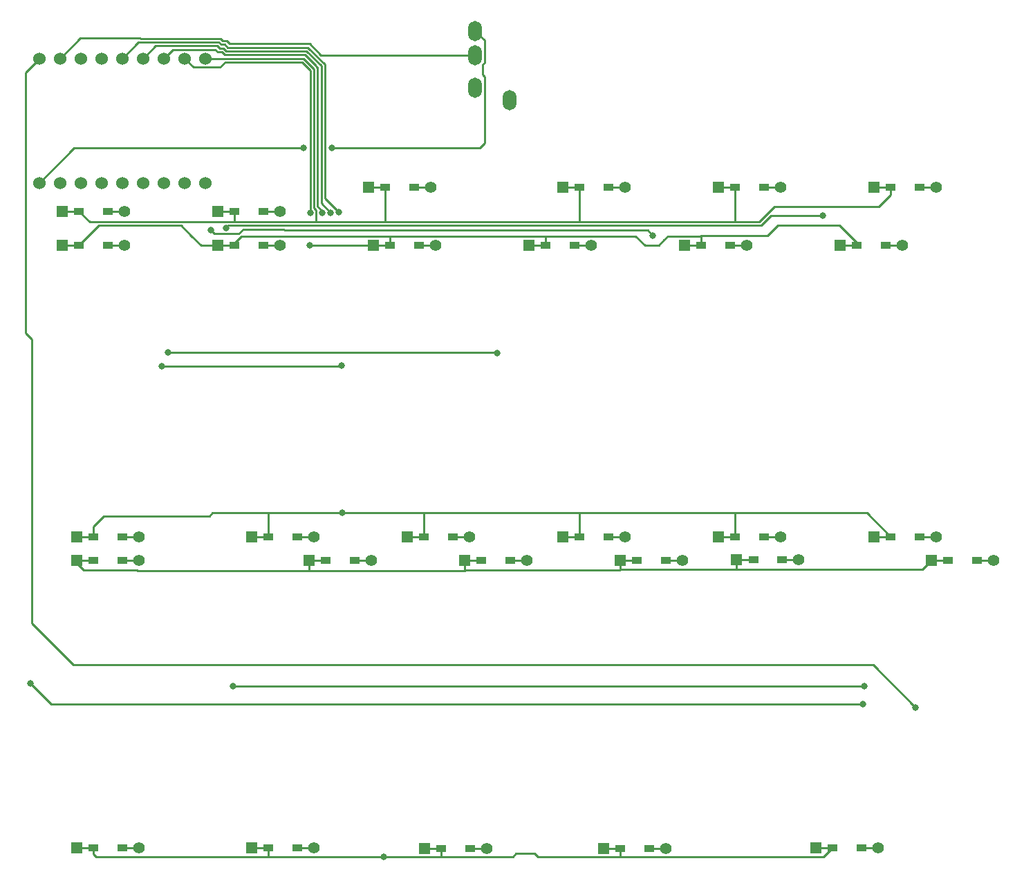
<source format=gbr>
G04 #@! TF.GenerationSoftware,KiCad,Pcbnew,7.0.8*
G04 #@! TF.CreationDate,2023-10-21T06:46:12+09:00*
G04 #@! TF.ProjectId,ckb9,636b6239-2e6b-4696-9361-645f70636258,rev?*
G04 #@! TF.SameCoordinates,Original*
G04 #@! TF.FileFunction,Copper,L1,Top*
G04 #@! TF.FilePolarity,Positive*
%FSLAX46Y46*%
G04 Gerber Fmt 4.6, Leading zero omitted, Abs format (unit mm)*
G04 Created by KiCad (PCBNEW 7.0.8) date 2023-10-21 06:46:12*
%MOMM*%
%LPD*%
G01*
G04 APERTURE LIST*
G04 #@! TA.AperFunction,ComponentPad*
%ADD10R,1.397000X1.397000*%
G04 #@! TD*
G04 #@! TA.AperFunction,SMDPad,CuDef*
%ADD11R,1.300000X0.950000*%
G04 #@! TD*
G04 #@! TA.AperFunction,ComponentPad*
%ADD12C,1.397000*%
G04 #@! TD*
G04 #@! TA.AperFunction,ComponentPad*
%ADD13O,1.700000X2.500000*%
G04 #@! TD*
G04 #@! TA.AperFunction,ComponentPad*
%ADD14C,1.524000*%
G04 #@! TD*
G04 #@! TA.AperFunction,ViaPad*
%ADD15C,0.800000*%
G04 #@! TD*
G04 #@! TA.AperFunction,Conductor*
%ADD16C,0.250000*%
G04 #@! TD*
G04 APERTURE END LIST*
D10*
X421530000Y55760000D03*
D11*
X423565000Y55760000D03*
X427115000Y55760000D03*
D12*
X429150000Y55760000D03*
D10*
X497670000Y51567500D03*
D11*
X499705000Y51567500D03*
X503255000Y51567500D03*
D12*
X505290000Y51567500D03*
D10*
X478620000Y51567500D03*
D11*
X480655000Y51567500D03*
X484205000Y51567500D03*
D12*
X486240000Y51567500D03*
D10*
X459010000Y58720000D03*
D11*
X461045000Y58720000D03*
X464595000Y58720000D03*
D12*
X466630000Y58720000D03*
D10*
X520922500Y58720000D03*
D11*
X522957500Y58720000D03*
X526507500Y58720000D03*
D12*
X528542500Y58720000D03*
D10*
X440580000Y55760000D03*
D11*
X442615000Y55760000D03*
X446165000Y55760000D03*
D12*
X448200000Y55760000D03*
D10*
X501872500Y58720000D03*
D11*
X503907500Y58720000D03*
X507457500Y58720000D03*
D12*
X509492500Y58720000D03*
D10*
X516720000Y51567500D03*
D11*
X518755000Y51567500D03*
X522305000Y51567500D03*
D12*
X524340000Y51567500D03*
D10*
X513779000Y-22242500D03*
D11*
X515814000Y-22242500D03*
X519364000Y-22242500D03*
D12*
X521399000Y-22242500D03*
D10*
X463772500Y15857500D03*
D11*
X465807500Y15857500D03*
X469357500Y15857500D03*
D12*
X471392500Y15857500D03*
D10*
X482822500Y15857500D03*
D11*
X484857500Y15857500D03*
X488407500Y15857500D03*
D12*
X490442500Y15857500D03*
D10*
X501872500Y15857500D03*
D11*
X503907500Y15857500D03*
X507457500Y15857500D03*
D12*
X509492500Y15857500D03*
D10*
X520922500Y15857500D03*
D11*
X522957500Y15857500D03*
X526507500Y15857500D03*
D12*
X528542500Y15857500D03*
D10*
X451757500Y12977500D03*
D11*
X453792500Y12977500D03*
X457342500Y12977500D03*
D12*
X459377500Y12977500D03*
D10*
X470807500Y12977500D03*
D11*
X472842500Y12977500D03*
X476392500Y12977500D03*
D12*
X478427500Y12977500D03*
D10*
X489857500Y12977500D03*
D11*
X491892500Y12977500D03*
X495442500Y12977500D03*
D12*
X497477500Y12977500D03*
D10*
X504090000Y13050000D03*
D11*
X506125000Y13050000D03*
X509675000Y13050000D03*
D12*
X511710000Y13050000D03*
D10*
X527957500Y12977500D03*
D11*
X529992500Y12977500D03*
X533542500Y12977500D03*
D12*
X535577500Y12977500D03*
D10*
X444722500Y-22242500D03*
D11*
X446757500Y-22242500D03*
X450307500Y-22242500D03*
D12*
X452342500Y-22242500D03*
D10*
X423291000Y15857500D03*
D11*
X425326000Y15857500D03*
X428876000Y15857500D03*
D12*
X430911000Y15857500D03*
D10*
X423291000Y-22242500D03*
D11*
X425326000Y-22242500D03*
X428876000Y-22242500D03*
D12*
X430911000Y-22242500D03*
D10*
X423250000Y12980000D03*
D11*
X425285000Y12980000D03*
X428835000Y12980000D03*
D12*
X430870000Y12980000D03*
D10*
X459570000Y51567500D03*
D11*
X461605000Y51567500D03*
X465155000Y51567500D03*
D12*
X467190000Y51567500D03*
D10*
X444722500Y15857500D03*
D11*
X446757500Y15857500D03*
X450307500Y15857500D03*
D12*
X452342500Y15857500D03*
D10*
X421470000Y51567500D03*
D11*
X423505000Y51567500D03*
X427055000Y51567500D03*
D12*
X429090000Y51567500D03*
D10*
X440520000Y51567500D03*
D11*
X442555000Y51567500D03*
X446105000Y51567500D03*
D12*
X448140000Y51567500D03*
D10*
X482822500Y58720000D03*
D11*
X484857500Y58720000D03*
X488407500Y58720000D03*
D12*
X490442500Y58720000D03*
D10*
X487800000Y-22290000D03*
D11*
X489835000Y-22290000D03*
X493385000Y-22290000D03*
D12*
X495420000Y-22290000D03*
D10*
X465890000Y-22290000D03*
D11*
X467925000Y-22290000D03*
X471475000Y-22290000D03*
D12*
X473510000Y-22290000D03*
D13*
X476270000Y69390000D03*
X472070000Y77890000D03*
X472070000Y74890000D03*
X472070000Y70890000D03*
D14*
X418690000Y59270000D03*
X421230000Y59270000D03*
X423770000Y59270000D03*
X426310000Y59270000D03*
X428850000Y59270000D03*
X431390000Y59270000D03*
X433930000Y59270000D03*
X436470000Y59270000D03*
X439010000Y59270000D03*
X439010000Y74510000D03*
X436470000Y74510000D03*
X433930000Y74510000D03*
X431390000Y74510000D03*
X428850000Y74510000D03*
X426310000Y74510000D03*
X423770000Y74510000D03*
X421230000Y74510000D03*
X418690000Y74510000D03*
D15*
X453310001Y55620000D03*
X451860000Y55560000D03*
X451800000Y51570000D03*
X454560000Y63540000D03*
X441530000Y53755010D03*
X514620000Y55280000D03*
X455800000Y18800000D03*
X451010000Y63540000D03*
X439670000Y53470000D03*
X474785000Y38425000D03*
X493835000Y52815000D03*
X434420000Y38470000D03*
X519560000Y-4580000D03*
X455735000Y36835000D03*
X433700000Y36780000D03*
X417640000Y-2080000D03*
X526000000Y-5010000D03*
X519710000Y-2410000D03*
X455372280Y55704035D03*
X460843501Y-23313501D03*
X442370000Y-2410000D03*
X454380000Y55580000D03*
D16*
X484760010Y54480010D02*
X503939990Y54480010D01*
X428876000Y15857500D02*
X430911000Y15857500D01*
X428876000Y-22242500D02*
X430911000Y-22242500D01*
X471475000Y-22290000D02*
X473510000Y-22290000D01*
X428835000Y12980000D02*
X430870000Y12980000D01*
X519364000Y-22242500D02*
X521399000Y-22242500D01*
X446165000Y55760000D02*
X448200000Y55760000D01*
X464595000Y58720000D02*
X466630000Y58720000D01*
X488407500Y58720000D02*
X490442500Y58720000D01*
X507457500Y58720000D02*
X509492500Y58720000D01*
X528542500Y58720000D02*
X526507500Y58720000D01*
X427055000Y51567500D02*
X429090000Y51567500D01*
X446105000Y51567500D02*
X448140000Y51567500D01*
X465155000Y51567500D02*
X467190000Y51567500D01*
X484205000Y51567500D02*
X486240000Y51567500D01*
X503255000Y51567500D02*
X505290000Y51567500D01*
X522305000Y51567500D02*
X524340000Y51567500D01*
X450307500Y15857500D02*
X452342500Y15857500D01*
X469357500Y15857500D02*
X471392500Y15857500D01*
X488407500Y15857500D02*
X490442500Y15857500D01*
X507457500Y15857500D02*
X509492500Y15857500D01*
X526507500Y15857500D02*
X528542500Y15857500D01*
X459377500Y12977500D02*
X457342500Y12977500D01*
X478427500Y12977500D02*
X476392500Y12977500D01*
X497477500Y12977500D02*
X495442500Y12977500D01*
X511710000Y13050000D02*
X509675000Y13050000D01*
X533542500Y12977500D02*
X535577500Y12977500D01*
X450307500Y-22242500D02*
X452342500Y-22242500D01*
X493385000Y-22290000D02*
X495420000Y-22290000D01*
X452451400Y73721400D02*
X452156400Y74016400D01*
X484857500Y15857500D02*
X484857500Y18742500D01*
X446700000Y18800000D02*
X439900000Y18800000D01*
X484857500Y18742500D02*
X484800000Y18800000D01*
X522957500Y15902500D02*
X520060000Y18800000D01*
X520060000Y18800000D02*
X506120000Y18800000D01*
X452156400Y74016400D02*
X452156400Y74006420D01*
X506120000Y18800000D02*
X503970000Y18800000D01*
X501872500Y15857500D02*
X503907500Y15857500D01*
X441055000Y75305000D02*
X441399990Y74960010D01*
X439510000Y18410000D02*
X426550000Y18410000D01*
X452156400Y74016400D02*
X451212791Y74960009D01*
X465807500Y18797500D02*
X465810000Y18800000D01*
X423291000Y15857500D02*
X425326000Y15857500D01*
X465810000Y18800000D02*
X455800000Y18800000D01*
X452156400Y74006420D02*
X452760020Y73402800D01*
X503907500Y15857500D02*
X503907500Y18737500D01*
X453310001Y55819411D02*
X453310001Y55620000D01*
X484800000Y18800000D02*
X465810000Y18800000D01*
X440222999Y75597001D02*
X435017001Y75597001D01*
X463772500Y15857500D02*
X465807500Y15857500D01*
X444722500Y15857500D02*
X446757500Y15857500D01*
X425326000Y17186000D02*
X425326000Y15857500D01*
X503907500Y18737500D02*
X503970000Y18800000D01*
X465807500Y15857500D02*
X465807500Y18797500D01*
X452760020Y73402800D02*
X452760020Y56369392D01*
X452760020Y56369392D02*
X453310001Y55819411D01*
X435017001Y75597001D02*
X433930000Y74510000D01*
X455800000Y18800000D02*
X446700000Y18800000D01*
X451212791Y74960009D02*
X441399990Y74960010D01*
X446757500Y15857500D02*
X446757500Y18742500D01*
X522957500Y15857500D02*
X522957500Y15902500D01*
X426550000Y18410000D02*
X425326000Y17186000D01*
X446757500Y18742500D02*
X446700000Y18800000D01*
X439900000Y18800000D02*
X439510000Y18410000D01*
X482822500Y15857500D02*
X484857500Y15857500D01*
X520922500Y15857500D02*
X522957500Y15857500D01*
X503970000Y18800000D02*
X484800000Y18800000D01*
X452451400Y73711420D02*
X452760020Y73402800D01*
X440515000Y75305000D02*
X440222999Y75597001D01*
X452451400Y73721400D02*
X452451400Y73711420D01*
X440515000Y75305000D02*
X441055000Y75305000D01*
X423250000Y12980000D02*
X425285000Y12980000D01*
X453792500Y12977500D02*
X451757500Y12977500D01*
X506125000Y13050000D02*
X504090000Y13050000D01*
X430650000Y11780000D02*
X430700000Y11730000D01*
X447860000Y75410019D02*
X451399192Y75410018D01*
X504090000Y13050000D02*
X504090000Y11920000D01*
X526837500Y11857500D02*
X527957500Y12977500D01*
X470807500Y11792500D02*
X470830000Y11770000D01*
X453210030Y56749970D02*
X454380000Y55580000D01*
X424110000Y11780000D02*
X430650000Y11780000D01*
X489857500Y11857500D02*
X489792500Y11792500D01*
X423250000Y12640000D02*
X424110000Y11780000D01*
X432927011Y76047011D02*
X440072989Y76047011D01*
X440764990Y75755010D02*
X441241401Y75755009D01*
X529992500Y12977500D02*
X527957500Y12977500D01*
X458920000Y11770000D02*
X470830000Y11770000D01*
X451399192Y75410018D02*
X453210030Y73599180D01*
X453210030Y73599180D02*
X453210030Y56749970D01*
X451757500Y11762500D02*
X451757500Y12977500D01*
X458880000Y11730000D02*
X458920000Y11770000D01*
X470807500Y11792500D02*
X489792500Y11792500D01*
X491892500Y12977500D02*
X489857500Y12977500D01*
X451790000Y11730000D02*
X458880000Y11730000D01*
X430700000Y11730000D02*
X451790000Y11730000D01*
X441241401Y75755009D02*
X441586391Y75410019D01*
X504090000Y11920000D02*
X504152500Y11857500D01*
X472842500Y12977500D02*
X470807500Y12977500D01*
X489857500Y11857500D02*
X504152500Y11857500D01*
X431390000Y74510000D02*
X432927011Y76047011D01*
X423250000Y12980000D02*
X423250000Y12640000D01*
X470807500Y12977500D02*
X470807500Y11792500D01*
X440072989Y76047011D02*
X440472989Y76047011D01*
X441586391Y75410019D02*
X447860000Y75410019D01*
X504152500Y11857500D02*
X526837500Y11857500D01*
X489857500Y12977500D02*
X489857500Y11857500D01*
X440472989Y76047011D02*
X440764990Y75755010D01*
X451790000Y11730000D02*
X451757500Y11762500D01*
X479332998Y-22930000D02*
X479716499Y-23313501D01*
X446757500Y-22242500D02*
X446757500Y-23227500D01*
X467876499Y-23313501D02*
X476666499Y-23313501D01*
X513779000Y-22242500D02*
X515814000Y-22242500D01*
X451585593Y75860027D02*
X453660040Y73785580D01*
X476666499Y-23313501D02*
X477050000Y-22930000D01*
X450749972Y75860028D02*
X451585593Y75860027D01*
X446843501Y-23313501D02*
X460843501Y-23313501D01*
X430630000Y76320000D02*
X430840000Y76530000D01*
X425326000Y-22242500D02*
X425326000Y-22967500D01*
X430630000Y76290000D02*
X430630000Y76320000D01*
X467925000Y-23265000D02*
X467876499Y-23313501D01*
X453660040Y57372962D02*
X455350000Y55683002D01*
X441772791Y75860029D02*
X450749972Y75860028D01*
X455351247Y55683002D02*
X455372280Y55704035D01*
X514742999Y-23313501D02*
X515814000Y-22242500D01*
X440951391Y76205019D02*
X441427802Y76205018D01*
X487800000Y-22290000D02*
X489835000Y-22290000D01*
X430630000Y76290000D02*
X430850000Y76510000D01*
X425672001Y-23313501D02*
X446843501Y-23313501D01*
X455350000Y55683002D02*
X455351247Y55683002D01*
X425326000Y-22967500D02*
X425672001Y-23313501D01*
X489706499Y-23313501D02*
X514742999Y-23313501D01*
X489835000Y-22290000D02*
X489835000Y-23185000D01*
X440659390Y76497020D02*
X440951391Y76205019D01*
X428850000Y74510000D02*
X430837021Y76497021D01*
X423291000Y-22242500D02*
X425326000Y-22242500D01*
X465890000Y-22290000D02*
X467925000Y-22290000D01*
X441427802Y76205018D02*
X441772791Y75860029D01*
X467925000Y-22290000D02*
X467925000Y-23265000D01*
X444722500Y-22242500D02*
X446757500Y-22242500D01*
X477050000Y-22930000D02*
X479332998Y-22930000D01*
X453660040Y73785580D02*
X453660040Y58920000D01*
X446757500Y-23227500D02*
X446843501Y-23313501D01*
X460843501Y-23313501D02*
X467876499Y-23313501D01*
X453660040Y58920000D02*
X453660040Y57372962D01*
X430837021Y76497021D02*
X440659390Y76497020D01*
X479716499Y-23313501D02*
X489706499Y-23313501D01*
X489835000Y-23185000D02*
X489706499Y-23313501D01*
X428850000Y74510000D02*
X430630000Y76290000D01*
X461045000Y58720000D02*
X461045000Y54535020D01*
X520922500Y58720000D02*
X522957500Y58720000D01*
X503907500Y58720000D02*
X503907500Y54512500D01*
X452500010Y54480010D02*
X453179990Y54480010D01*
X423565000Y55760000D02*
X421530000Y55760000D01*
X424844990Y54480010D02*
X442619990Y54480010D01*
X450670000Y74510000D02*
X451026390Y74510000D01*
X423565000Y55760000D02*
X424844990Y54480010D01*
X499705000Y51567500D02*
X497670000Y51567500D01*
X440842999Y73422999D02*
X437557001Y73422999D01*
X437335000Y52735000D02*
X438502500Y51567500D01*
X451860000Y73030000D02*
X450839990Y74050010D01*
X495180000Y52260000D02*
X494530000Y51610000D01*
X480675000Y52745000D02*
X491705000Y52745000D01*
X436050000Y54030000D02*
X425967500Y54030000D01*
X518755000Y51567500D02*
X516720000Y51567500D01*
X450839990Y74050010D02*
X450839990Y74059990D01*
X499705000Y51567500D02*
X499705000Y52765000D01*
X480655000Y52725000D02*
X480675000Y52745000D01*
X451860000Y55560000D02*
X451860000Y73030000D01*
X461605000Y51567500D02*
X461605000Y52635000D01*
X492840000Y51610000D02*
X491705000Y52745000D01*
X461605000Y51567500D02*
X459570000Y51567500D01*
X442555000Y51567500D02*
X442555000Y51855000D01*
X437335000Y52745000D02*
X437335000Y52735000D01*
X499685000Y52745000D02*
X499705000Y52765000D01*
X494530000Y51610000D02*
X492840000Y51610000D01*
X451800000Y51570000D02*
X459567500Y51570000D01*
X461605000Y52635000D02*
X461715000Y52745000D01*
X499705000Y52765000D02*
X507845000Y52765000D01*
X459567500Y51570000D02*
X459570000Y51567500D01*
X461555000Y52745000D02*
X461715000Y52745000D01*
X480655000Y51567500D02*
X478620000Y51567500D01*
X518755000Y51915000D02*
X518755000Y51567500D01*
X509110000Y54030000D02*
X516640000Y54030000D01*
X495645000Y52745000D02*
X499685000Y52745000D01*
X450839990Y74059990D02*
X441479990Y74059990D01*
X425967500Y54030000D02*
X423505000Y51567500D01*
X437335000Y52745000D02*
X436050000Y54030000D01*
X437557001Y73422999D02*
X436470000Y74510000D01*
X442555000Y51855000D02*
X443445000Y52745000D01*
X480655000Y51567500D02*
X480655000Y52725000D01*
X441479990Y74059990D02*
X440842999Y73422999D01*
X461715000Y52745000D02*
X480675000Y52745000D01*
X421470000Y51567500D02*
X423505000Y51567500D01*
X507845000Y52765000D02*
X509110000Y54030000D01*
X495180000Y52280000D02*
X495645000Y52745000D01*
X516640000Y54030000D02*
X518755000Y51915000D01*
X495180000Y52260000D02*
X495180000Y52280000D01*
X438502500Y51567500D02*
X440520000Y51567500D01*
X443445000Y52745000D02*
X461555000Y52745000D01*
X442555000Y51567500D02*
X440520000Y51567500D01*
X461100010Y54480010D02*
X484760010Y54480010D01*
X442619990Y54480010D02*
X452500010Y54480010D01*
X506870010Y54480010D02*
X508720000Y56330000D01*
X484857500Y58720000D02*
X482822500Y58720000D01*
X452585001Y55908001D02*
X452585001Y54565001D01*
X521520000Y56330000D02*
X522957500Y57767500D01*
X439010000Y74510000D02*
X450670000Y74510000D01*
X503939990Y54480010D02*
X506870010Y54480010D01*
X451026390Y74510000D02*
X451400000Y74136390D01*
X484857500Y54577500D02*
X484760010Y54480010D01*
X452585001Y54565001D02*
X452500010Y54480010D01*
X442615000Y54485000D02*
X442619990Y54480010D01*
X461045000Y54535020D02*
X461100010Y54480010D01*
X508720000Y56330000D02*
X521520000Y56330000D01*
X451400000Y74136390D02*
X451400000Y74126410D01*
X503907500Y54512500D02*
X503939990Y54480010D01*
X522957500Y57767500D02*
X522957500Y58720000D01*
X484857500Y58720000D02*
X484857500Y54577500D01*
X461045000Y58720000D02*
X459010000Y58720000D01*
X452310010Y56182992D02*
X452585001Y55908001D01*
X442615000Y55760000D02*
X442615000Y54485000D01*
X503907500Y58720000D02*
X501872500Y58720000D01*
X440109991Y53030009D02*
X443093599Y53030009D01*
X448610008Y53579992D02*
X448755000Y53435000D01*
X443093599Y53030009D02*
X443643582Y53579992D01*
X439670000Y53470000D02*
X440109991Y53030009D01*
X448755000Y53435000D02*
X492045000Y53435000D01*
X493215000Y53435000D02*
X493835000Y52815000D01*
X443643582Y53579992D02*
X448610008Y53579992D01*
X492045000Y53435000D02*
X493215000Y53435000D01*
X441530000Y53755010D02*
X441804990Y54030000D01*
X507056411Y54030001D02*
X508306410Y55280000D01*
X441804990Y54030000D02*
X442290000Y54030000D01*
X442290000Y54030000D02*
X507056411Y54030001D01*
X441884990Y54030000D02*
X442290000Y54030000D01*
X508306410Y55280000D02*
X514620000Y55280000D01*
X473245010Y74003295D02*
X473245010Y76714990D01*
X473245010Y64145010D02*
X473245010Y72245988D01*
X472070000Y77470000D02*
X472070000Y77890000D01*
X472640000Y63540000D02*
X473245010Y64145010D01*
X472970000Y73728285D02*
X473245010Y74003295D01*
X473245010Y72245988D02*
X472970000Y72520998D01*
X473245010Y76714990D02*
X472070000Y77890000D01*
X454560000Y63540000D02*
X472640000Y63540000D01*
X472970000Y72520998D02*
X472970000Y73728285D01*
X429150000Y55760000D02*
X427115000Y55760000D01*
X416990000Y40890000D02*
X416990000Y72810000D01*
X416990000Y72810000D02*
X418690000Y74510000D01*
X422830000Y210000D02*
X417780000Y5260000D01*
X417780000Y5260000D02*
X417780000Y40100000D01*
X519620000Y210000D02*
X422830000Y210000D01*
X417780000Y40100000D02*
X416990000Y40890000D01*
X418060000Y59270000D02*
X418690000Y59270000D01*
X519710000Y-2410000D02*
X442370000Y-2410000D01*
X417640000Y-2080000D02*
X420140000Y-4580000D01*
X441614201Y76655027D02*
X441959190Y76310038D01*
X442960000Y76310038D02*
X451771994Y76310036D01*
X420140000Y-4580000D02*
X519560000Y-4580000D01*
X453192030Y74890000D02*
X472070000Y74890000D01*
X441154969Y76655031D02*
X441614201Y76655027D01*
X440862970Y76947030D02*
X441154969Y76655031D01*
X431072970Y76947030D02*
X440862970Y76947030D01*
X423700009Y76980009D02*
X431039991Y76980009D01*
X441959190Y76310038D02*
X442960000Y76310038D01*
X451771994Y76310036D02*
X453192030Y74890000D01*
X421230000Y74510000D02*
X423700009Y76980009D01*
X431039991Y76980009D02*
X431072970Y76947030D01*
X455680000Y36780000D02*
X455735000Y36835000D01*
X433700000Y36780000D02*
X455680000Y36780000D01*
X434420000Y38470000D02*
X474740000Y38470000D01*
X474740000Y38470000D02*
X474785000Y38425000D01*
X442615000Y55760000D02*
X440580000Y55760000D01*
X453179990Y54480010D02*
X461100010Y54480010D01*
X519620000Y210000D02*
X520780000Y210000D01*
X520780000Y210000D02*
X526000000Y-5010000D01*
X451400000Y74126410D02*
X452310010Y73216400D01*
X452310010Y73216400D02*
X452310010Y56182992D01*
X418690000Y59270000D02*
X422960000Y63540000D01*
X422960000Y63540000D02*
X451010000Y63540000D01*
M02*

</source>
